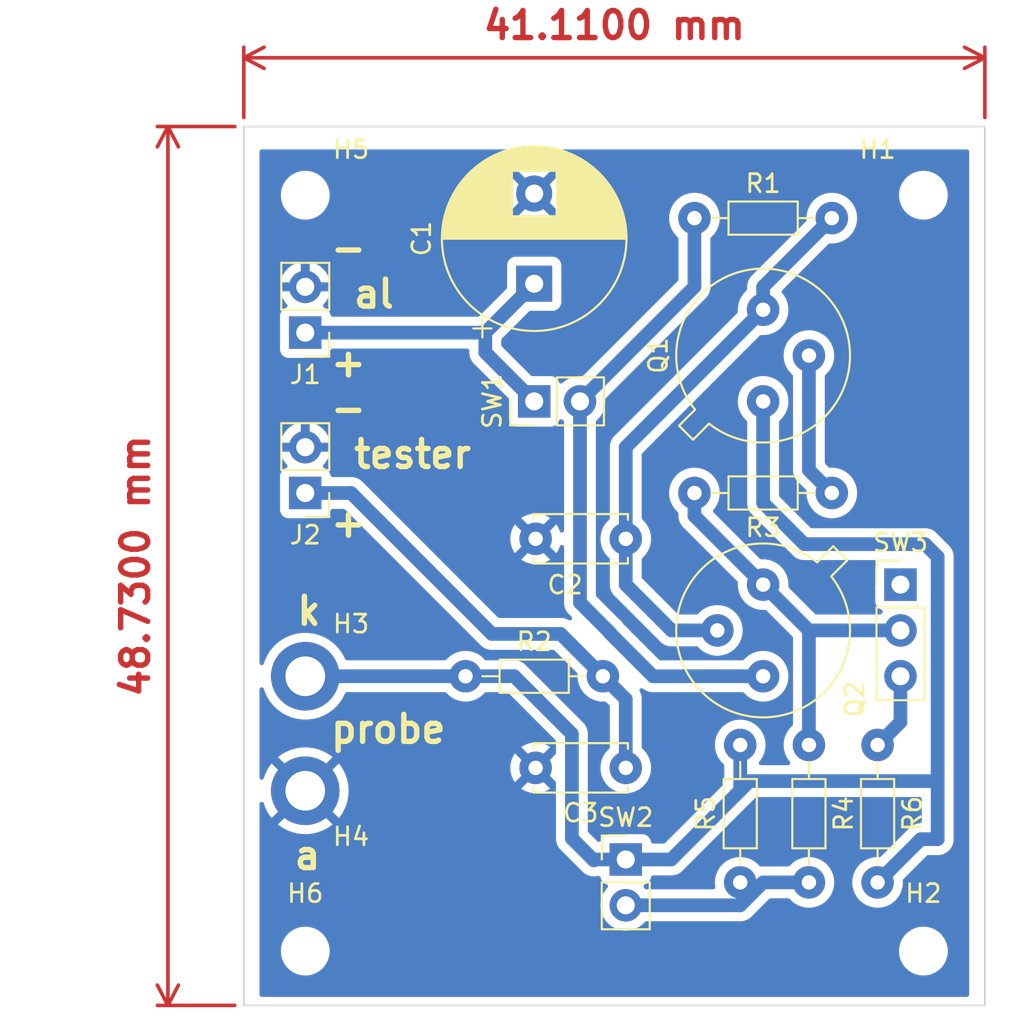
<source format=kicad_pcb>
(kicad_pcb (version 20221018) (generator pcbnew)
  (layers (0 "F.Cu" signal) (31 "B.Cu" signal) (34 "B.Paste" user) (35 "F.Paste" user) (36 "B.SilkS" user "B.Silkscreen") (37 "F.SilkS" user "F.Silkscreen") (38 "B.Mask" user) (39 "F.Mask" user) (44 "Edge.Cuts" user))
  (net 0 "")
  (net 1 "VCC")
  (net 2 "GND")
  (net 3 "Net-(Q1-C)")
  (net 4 "Net-(Q1-E)")
  (net 5 "Net-(Q1-B)")
  (net 6 "Net-(Q2-E)")
  (net 7 "Net-(Q2-C)")
  (net 8 "Net-(R4-Pad2)")
  (net 9 "Net-(SW3-C)")
  (net 11 "Net-(J2-Pin_1)")
  (footprint "Resistor_THT:R_Axial_DIN0204_L3.6mm_D1.6mm_P7.62mm_Horizontal" (layer "F.Cu") (at 158.75 97.79 -90)
    (fp_text reference "R6" (at 3.81 -1.92 90) (layer "F.SilkS"))
    (fp_text value "56")
    (fp_line (start 0.94 0) (end 1.89 0) (stroke (width 0.12)) (layer "F.SilkS"))
    (fp_line (start 1.89 -0.92) (end 1.89 0.92) (stroke (width 0.12)) (layer "F.SilkS"))
    (fp_line (start 1.89 0.92) (end 5.73 0.92) (stroke (width 0.12)) (layer "F.SilkS"))
    (fp_line (start 5.73 -0.92) (end 1.89 -0.92) (stroke (width 0.12)) (layer "F.SilkS"))
    (fp_line (start 5.73 0.92) (end 5.73 -0.92) (stroke (width 0.12)) (layer "F.SilkS"))
    (fp_line (start 6.68 0) (end 5.73 0) (stroke (width 0.12)) (layer "F.SilkS"))
    (pad "1" thru_hole circle (at 0 0 270) (size 1.8 1.8) (drill 0.8) (layers "*.Cu" "*.Mask") (net 9 "Net-(SW3-C)"))
    (pad "2" thru_hole oval (at 7.62 0 270) (size 1.8 1.8) (drill 0.8) (layers "*.Cu" "*.Mask") (net 4 "Net-(Q1-E)"))
  )
  (footprint "Connector_PinHeader_2.54mm:PinHeader_1x02_P2.54mm_Vertical" (layer "F.Cu") (at 139.7 78.74 90)
    (fp_text reference "SW1" (at 0 -2.33 90) (layer "F.SilkS"))
    (fp_text value "SW_Push")
    (fp_line (start -1.33 -1.33) (end 0 -1.33) (stroke (width 0.12)) (layer "F.SilkS"))
    (fp_line (start -1.33 0) (end -1.33 -1.33) (stroke (width 0.12)) (layer "F.SilkS"))
    (fp_line (start -1.33 1.27) (end -1.33 3.87) (stroke (width 0.12)) (layer "F.SilkS"))
    (fp_line (start -1.33 1.27) (end 1.33 1.27) (stroke (width 0.12)) (layer "F.SilkS"))
    (fp_line (start -1.33 3.87) (end 1.33 3.87) (stroke (width 0.12)) (layer "F.SilkS"))
    (fp_line (start 1.33 1.27) (end 1.33 3.87) (stroke (width 0.12)) (layer "F.SilkS"))
    (pad "1" thru_hole rect (at 0 0 90) (size 1.8 1.8) (drill 1) (layers "*.Cu" "*.Mask") (net 1 "VCC"))
    (pad "2" thru_hole oval (at 0 2.54 90) (size 1.8 1.8) (drill 1) (layers "*.Cu" "*.Mask") (net 7 "Net-(Q2-C)"))
  )
  (footprint "Package_TO_SOT_THT:TO-39-3" (layer "F.Cu") (at 152.4 78.74 90)
    (fp_text reference "Q1" (at 2.54 -5.82 90) (layer "F.SilkS"))
    (fp_text value "2N2219")
    (fp_line (start -2.125856 -3.888039) (end -1.234902 -2.997084) (stroke (width 0.12)) (layer "F.SilkS"))
    (fp_line (start -1.348039 -4.665856) (end -2.125856 -3.888039) (stroke (width 0.12)) (layer "F.SilkS"))
    (fp_line (start -0.457084 -3.774902) (end -1.348039 -4.665856) (stroke (width 0.12)) (layer "F.SilkS"))
    (fp_arc (start -0.457084 -3.774902) (mid 5.948125 3.408384) (end -1.234674 -2.997371) (stroke (width 0.12)) (layer "F.SilkS"))
    (pad "1" thru_hole oval (at 0 0 90) (size 1.8 1.8) (drill 0.8) (layers "*.Cu" "*.Mask") (net 4 "Net-(Q1-E)"))
    (pad "2" thru_hole oval (at 2.54 2.54 90) (size 1.8 1.8) (drill 0.8) (layers "*.Cu" "*.Mask") (net 5 "Net-(Q1-B)"))
    (pad "3" thru_hole oval (at 5.08 0 90) (size 1.8 1.8) (drill 0.8) (layers "*.Cu" "*.Mask") (net 3 "Net-(Q1-C)"))
  )
  (footprint "Connector_PinHeader_2.54mm:PinHeader_1x02_P2.54mm_Vertical" (layer "F.Cu") (at 127 74.93 180)
    (fp_text reference "J1" (at 0 -2.33) (layer "F.SilkS"))
    (fp_text value "alim")
    (fp_line (start -1.33 -1.33) (end 0 -1.33) (stroke (width 0.12)) (layer "F.SilkS"))
    (fp_line (start -1.33 0) (end -1.33 -1.33) (stroke (width 0.12)) (layer "F.SilkS"))
    (fp_line (start -1.33 1.27) (end -1.33 3.87) (stroke (width 0.12)) (layer "F.SilkS"))
    (fp_line (start -1.33 1.27) (end 1.33 1.27) (stroke (width 0.12)) (layer "F.SilkS"))
    (fp_line (start -1.33 3.87) (end 1.33 3.87) (stroke (width 0.12)) (layer "F.SilkS"))
    (fp_line (start 1.33 1.27) (end 1.33 3.87) (stroke (width 0.12)) (layer "F.SilkS"))
    (pad "1" thru_hole rect (at 0 0 180) (size 1.8 1.8) (drill 1) (layers "*.Cu" "*.Mask") (net 1 "VCC"))
    (pad "2" thru_hole oval (at 0 2.54 180) (size 1.8 1.8) (drill 1) (layers "*.Cu" "*.Mask") (net 2 "GND"))
  )
  (footprint "Resistor_THT:R_Axial_DIN0204_L3.6mm_D1.6mm_P7.62mm_Horizontal" (layer "F.Cu") (at 148.59 68.58)
    (fp_text reference "R1" (at 3.81 -1.92) (layer "F.SilkS"))
    (fp_text value "10k")
    (fp_line (start 0.94 0) (end 1.89 0) (stroke (width 0.12)) (layer "F.SilkS"))
    (fp_line (start 1.89 -0.92) (end 1.89 0.92) (stroke (width 0.12)) (layer "F.SilkS"))
    (fp_line (start 1.89 0.92) (end 5.73 0.92) (stroke (width 0.12)) (layer "F.SilkS"))
    (fp_line (start 5.73 -0.92) (end 1.89 -0.92) (stroke (width 0.12)) (layer "F.SilkS"))
    (fp_line (start 5.73 0.92) (end 5.73 -0.92) (stroke (width 0.12)) (layer "F.SilkS"))
    (fp_line (start 6.68 0) (end 5.73 0) (stroke (width 0.12)) (layer "F.SilkS"))
    (pad "1" thru_hole circle (at 0 0) (size 1.8 1.8) (drill 0.8) (layers "*.Cu" "*.Mask") (net 7 "Net-(Q2-C)"))
    (pad "2" thru_hole oval (at 7.62 0) (size 1.8 1.8) (drill 0.8) (layers "*.Cu" "*.Mask") (net 3 "Net-(Q1-C)"))
  )
  (footprint "MountingHole:MountingHole_2.2mm_M2_DIN965_Pad" (layer "F.Cu") (at 127 100.33)
    (fp_text reference "H4" (at 2.54 2.54) (layer "F.SilkS"))
    (fp_text value "probe A")
    (pad "1" thru_hole circle (at 0 0) (size 3.8 3.8) (drill 2.2) (layers "*.Cu" "*.Mask") (net 2 "GND"))
  )
  (footprint "MountingHole:MountingHole_2.2mm_M2" (layer "F.Cu") (at 127 67.31)
    (fp_text reference "H5" (at 2.54 -2.54) (layer "F.SilkS"))
    (fp_text value "MountingHole")
    (pad "" np_thru_hole circle (at 0 0) (size 2.2 2.2) (drill 2.2) (layers "*.Cu" "*.Mask"))
  )
  (footprint "Capacitor_THT:CP_Radial_D10.0mm_P5.00mm" (layer "F.Cu") (at 139.7 72.217677 90)
    (fp_text reference "C1" (at 2.5 -6.25 90) (layer "F.SilkS"))
    (fp_text value "470u 63V")
    (fp_line (start -2.979646 -2.875) (end -1.979646 -2.875) (stroke (width 0.12)) (layer "F.SilkS"))
    (fp_line (start -2.479646 -3.375) (end -2.479646 -2.375) (stroke (width 0.12)) (layer "F.SilkS"))
    (fp_line (start 2.5 -5.08) (end 2.5 5.08) (stroke (width 0.12)) (layer "F.SilkS"))
    (fp_line (start 2.54 -5.08) (end 2.54 5.08) (stroke (width 0.12)) (layer "F.SilkS"))
    (fp_line (start 2.58 -5.08) (end 2.58 5.08) (stroke (width 0.12)) (layer "F.SilkS"))
    (fp_line (start 2.62 -5.079) (end 2.62 5.079) (stroke (width 0.12)) (layer "F.SilkS"))
    (fp_line (start 2.66 -5.078) (end 2.66 5.078) (stroke (width 0.12)) (layer "F.SilkS"))
    (fp_line (start 2.7 -5.077) (end 2.7 5.077) (stroke (width 0.12)) (layer "F.SilkS"))
    (fp_line (start 2.74 -5.075) (end 2.74 5.075) (stroke (width 0.12)) (layer "F.SilkS"))
    (fp_line (start 2.78 -5.073) (end 2.78 5.073) (stroke (width 0.12)) (layer "F.SilkS"))
    (fp_line (start 2.82 -5.07) (end 2.82 5.07) (stroke (width 0.12)) (layer "F.SilkS"))
    (fp_line (start 2.86 -5.068) (end 2.86 5.068) (stroke (width 0.12)) (layer "F.SilkS"))
    (fp_line (start 2.9 -5.065) (end 2.9 5.065) (stroke (width 0.12)) (layer "F.SilkS"))
    (fp_line (start 2.94 -5.062) (end 2.94 5.062) (stroke (width 0.12)) (layer "F.SilkS"))
    (fp_line (start 2.98 -5.058) (end 2.98 5.058) (stroke (width 0.12)) (layer "F.SilkS"))
    (fp_line (start 3.02 -5.054) (end 3.02 5.054) (stroke (width 0.12)) (layer "F.SilkS"))
    (fp_line (start 3.06 -5.05) (end 3.06 5.05) (stroke (width 0.12)) (layer "F.SilkS"))
    (fp_line (start 3.1 -5.045) (end 3.1 5.045) (stroke (width 0.12)) (layer "F.SilkS"))
    (fp_line (start 3.14 -5.04) (end 3.14 5.04) (stroke (width 0.12)) (layer "F.SilkS"))
    (fp_line (start 3.18 -5.035) (end 3.18 5.035) (stroke (width 0.12)) (layer "F.SilkS"))
    (fp_line (start 3.221 -5.03) (end 3.221 5.03) (stroke (width 0.12)) (layer "F.SilkS"))
    (fp_line (start 3.261 -5.024) (end 3.261 5.024) (stroke (width 0.12)) (layer "F.SilkS"))
    (fp_line (start 3.301 -5.018) (end 3.301 5.018) (stroke (width 0.12)) (layer "F.SilkS"))
    (fp_line (start 3.341 -5.011) (end 3.341 5.011) (stroke (width 0.12)) (layer "F.SilkS"))
    (fp_line (start 3.381 -5.004) (end 3.381 5.004) (stroke (width 0.12)) (layer "F.SilkS"))
    (fp_line (start 3.421 -4.997) (end 3.421 4.997) (stroke (width 0.12)) (layer "F.SilkS"))
    (fp_line (start 3.461 -4.99) (end 3.461 4.99) (stroke (width 0.12)) (layer "F.SilkS"))
    (fp_line (start 3.501 -4.982) (end 3.501 4.982) (stroke (width 0.12)) (layer "F.SilkS"))
    (fp_line (start 3.541 -4.974) (end 3.541 4.974) (stroke (width 0.12)) (layer "F.SilkS"))
    (fp_line (start 3.581 -4.965) (end 3.581 4.965) (stroke (width 0.12)) (layer "F.SilkS"))
    (fp_line (start 3.621 -4.956) (end 3.621 4.956) (stroke (width 0.12)) (layer "F.SilkS"))
    (fp_line (start 3.661 -4.947) (end 3.661 4.947) (stroke (width 0.12)) (layer "F.SilkS"))
    (fp_line (start 3.701 -4.938) (end 3.701 4.938) (stroke (width 0.12)) (layer "F.SilkS"))
    (fp_line (start 3.741 -4.928) (end 3.741 4.928) (stroke (width 0.12)) (layer "F.SilkS"))
    (fp_line (start 3.781 -4.918) (end 3.781 -1.241) (stroke (width 0.12)) (layer "F.SilkS"))
    (fp_line (start 3.781 1.241) (end 3.781 4.918) (stroke (width 0.12)) (layer "F.SilkS"))
    (fp_line (start 3.821 -4.907) (end 3.821 -1.241) (stroke (width 0.12)) (layer "F.SilkS"))
    (fp_line (start 3.821 1.241) (end 3.821 4.907) (stroke (width 0.12)) (layer "F.SilkS"))
    (fp_line (start 3.861 -4.897) (end 3.861 -1.241) (stroke (width 0.12)) (layer "F.SilkS"))
    (fp_line (start 3.861 1.241) (end 3.861 4.897) (stroke (width 0.12)) (layer "F.SilkS"))
    (fp_line (start 3.901 -4.885) (end 3.901 -1.241) (stroke (width 0.12)) (layer "F.SilkS"))
    (fp_line (start 3.901 1.241) (end 3.901 4.885) (stroke (width 0.12)) (layer "F.SilkS"))
    (fp_line (start 3.941 -4.874) (end 3.941 -1.241) (stroke (width 0.12)) (layer "F.SilkS"))
    (fp_line (start 3.941 1.241) (end 3.941 4.874) (stroke (width 0.12)) (layer "F.SilkS"))
    (fp_line (start 3.981 -4.862) (end 3.981 -1.241) (stroke (width 0.12)) (layer "F.SilkS"))
    (fp_line (start 3.981 1.241) (end 3.981 4.862) (stroke (width 0.12)) (layer "F.SilkS"))
    (fp_line (start 4.021 -4.85) (end 4.021 -1.241) (stroke (width 0.12)) (layer "F.SilkS"))
    (fp_line (start 4.021 1.241) (end 4.021 4.85) (stroke (width 0.12)) (layer "F.SilkS"))
    (fp_line (start 4.061 -4.837) (end 4.061 -1.241) (stroke (width 0.12)) (layer "F.SilkS"))
    (fp_line (start 4.061 1.241) (end 4.061 4.837) (stroke (width 0.12)) (layer "F.SilkS"))
    (fp_line (start 4.101 -4.824) (end 4.101 -1.241) (stroke (width 0.12)) (layer "F.SilkS"))
    (fp_line (start 4.101 1.241) (end 4.101 4.824) (stroke (width 0.12)) (layer "F.SilkS"))
    (fp_line (start 4.141 -4.811) (end 4.141 -1.241) (stroke (width 0.12)) (layer "F.SilkS"))
    (fp_line (start 4.141 1.241) (end 4.141 4.811) (stroke (width 0.12)) (layer "F.SilkS"))
    (fp_line (start 4.181 -4.797) (end 4.181 -1.241) (stroke (width 0.12)) (layer "F.SilkS"))
    (fp_line (start 4.181 1.241) (end 4.181 4.797) (stroke (width 0.12)) (layer "F.SilkS"))
    (fp_line (start 4.221 -4.783) (end 4.221 -1.241) (stroke (width 0.12)) (layer "F.SilkS"))
    (fp_line (start 4.221 1.241) (end 4.221 4.783) (stroke (width 0.12)) (layer "F.SilkS"))
    (fp_line (start 4.261 -4.768) (end 4.261 -1.241) (stroke (width 0.12)) (layer "F.SilkS"))
    (fp_line (start 4.261 1.241) (end 4.261 4.768) (stroke (width 0.12)) (layer "F.SilkS"))
    (fp_line (start 4.301 -4.754) (end 4.301 -1.241) (stroke (width 0.12)) (layer "F.SilkS"))
    (fp_line (start 4.301 1.241) (end 4.301 4.754) (stroke (width 0.12)) (layer "F.SilkS"))
    (fp_line (start 4.341 -4.738) (end 4.341 -1.241) (stroke (width 0.12)) (layer "F.SilkS"))
    (fp_line (start 4.341 1.241) (end 4.341 4.738) (stroke (width 0.12)) (layer "F.SilkS"))
    (fp_line (start 4.381 -4.723) (end 4.381 -1.241) (stroke (width 0.12)) (layer "F.SilkS"))
    (fp_line (start 4.381 1.241) (end 4.381 4.723) (stroke (width 0.12)) (layer "F.SilkS"))
    (fp_line (start 4.421 -4.707) (end 4.421 -1.241) (stroke (width 0.12)) (layer "F.SilkS"))
    (fp_line (start 4.421 1.241) (end 4.421 4.707) (stroke (width 0.12)) (layer "F.SilkS"))
    (fp_line (start 4.461 -4.69) (end 4.461 -1.241) (stroke (width 0.12)) (layer "F.SilkS"))
    (fp_line (start 4.461 1.241) (end 4.461 4.69) (stroke (width 0.12)) (layer "F.SilkS"))
    (fp_line (start 4.501 -4.674) (end 4.501 -1.241) (stroke (width 0.12)) (layer "F.SilkS"))
    (fp_line (start 4.501 1.241) (end 4.501 4.674) (stroke (width 0.12)) (layer "F.SilkS"))
    (fp_line (start 4.541 -4.657) (end 4.541 -1.241) (stroke (width 0.12)) (layer "F.SilkS"))
    (fp_line (start 4.541 1.241) (end 4.541 4.657) (stroke (width 0.12)) (layer "F.SilkS"))
    (fp_line (start 4.581 -4.639) (end 4.581 -1.241) (stroke (width 0.12)) (layer "F.SilkS"))
    (fp_line (start 4.581 1.241) (end 4.581 4.639) (stroke (width 0.12)) (layer "F.SilkS"))
    (fp_line (start 4.621 -4.621) (end 4.621 -1.241) (stroke (width 0.12)) (layer "F.SilkS"))
    (fp_line (start 4.621 1.241) (end 4.621 4.621) (stroke (width 0.12)) (layer "F.SilkS"))
    (fp_line (start 4.661 -4.603) (end 4.661 -1.241) (stroke (width 0.12)) (layer "F.SilkS"))
    (fp_line (start 4.661 1.241) (end 4.661 4.603) (stroke (width 0.12)) (layer "F.SilkS"))
    (fp_line (start 4.701 -4.584) (end 4.701 -1.241) (stroke (width 0.12)) (layer "F.SilkS"))
    (fp_line (start 4.701 1.241) (end 4.701 4.584) (stroke (width 0.12)) (layer "F.SilkS"))
    (fp_line (start 4.741 -4.564) (end 4.741 -1.241) (stroke (width 0.12)) (layer "F.SilkS"))
    (fp_line (start 4.741 1.241) (end 4.741 4.564) (stroke (width 0.12)) (layer "F.SilkS"))
    (fp_line (start 4.781 -4.545) (end 4.781 -1.241) (stroke (width 0.12)) (layer "F.SilkS"))
    (fp_line (start 4.781 1.241) (end 4.781 4.545) (stroke (width 0.12)) (layer "F.SilkS"))
    (fp_line (start 4.821 -4.525) (end 4.821 -1.241) (stroke (width 0.12)) (layer "F.SilkS"))
    (fp_line (start 4.821 1.241) (end 4.821 4.525) (stroke (width 0.12)) (layer "F.SilkS"))
    (fp_line (start 4.861 -4.504) (end 4.861 -1.241) (stroke (width 0.12)) (layer "F.SilkS"))
    (fp_line (start 4.861 1.241) (end 4.861 4.504) (stroke (width 0.12)) (layer "F.SilkS"))
    (fp_line (start 4.901 -4.483) (end 4.901 -1.241) (stroke (width 0.12)) (layer "F.SilkS"))
    (fp_line (start 4.901 1.241) (end 4.901 4.483) (stroke (width 0.12)) (layer "F.SilkS"))
    (fp_line (start 4.941 -4.462) (end 4.941 -1.241) (stroke (width 0.12)) (layer "F.SilkS"))
    (fp_line (start 4.941 1.241) (end 4.941 4.462) (stroke (width 0.12)) (layer "F.SilkS"))
    (fp_line (start 4.981 -4.44) (end 4.981 -1.241) (stroke (width 0.12)) (layer "F.SilkS"))
    (fp_line (start 4.981 1.241) (end 4.981 4.44) (stroke (width 0.12)) (layer "F.SilkS"))
    (fp_line (start 5.021 -4.417) (end 5.021 -1.241) (stroke (width 0.12)) (layer "F.SilkS"))
    (fp_line (start 5.021 1.241) (end 5.021 4.417) (stroke (width 0.12)) (layer "F.SilkS"))
    (fp_line (start 5.061 -4.395) (end 5.061 -1.241) (stroke (width 0.12)) (layer "F.SilkS"))
    (fp_line (start 5.061 1.241) (end 5.061 4.395) (stroke (width 0.12)) (layer "F.SilkS"))
    (fp_line (start 5.101 -4.371) (end 5.101 -1.241) (stroke (width 0.12)) (layer "F.SilkS"))
    (fp_line (start 5.101 1.241) (end 5.101 4.371) (stroke (width 0.12)) (layer "F.SilkS"))
    (fp_line (start 5.141 -4.347) (end 5.141 -1.241) (stroke (width 0.12)) (layer "F.SilkS"))
    (fp_line (start 5.141 1.241) (end 5.141 4.347) (stroke (width 0.12)) (layer "F.SilkS"))
    (fp_line (start 5.181 -4.323) (end 5.181 -1.241) (stroke (width 0.12)) (layer "F.SilkS"))
    (fp_line (start 5.181 1.241) (end 5.181 4.323) (stroke (width 0.12)) (layer "F.SilkS"))
    (fp_line (start 5.221 -4.298) (end 5.221 -1.241) (stroke (width 0.12)) (layer "F.SilkS"))
    (fp_line (start 5.221 1.241) (end 5.221 4.298) (stroke (width 0.12)) (layer "F.SilkS"))
    (fp_line (start 5.261 -4.273) (end 5.261 -1.241) (stroke (width 0.12)) (layer "F.SilkS"))
    (fp_line (start 5.261 1.241) (end 5.261 4.273) (stroke (width 0.12)) (layer "F.SilkS"))
    (fp_line (start 5.301 -4.247) (end 5.301 -1.241) (stroke (width 0.12)) (layer "F.SilkS"))
    (fp_line (start 5.301 1.241) (end 5.301 4.247) (stroke (width 0.12)) (layer "F.SilkS"))
    (fp_line (start 5.341 -4.221) (end 5.341 -1.241) (stroke (width 0.12)) (layer "F.SilkS"))
    (fp_line (start 5.341 1.241) (end 5.341 4.221) (stroke (width 0.12)) (layer "F.SilkS"))
    (fp_line (start 5.381 -4.194) (end 5.381 -1.241) (stroke (width 0.12)) (layer "F.SilkS"))
    (fp_line (start 5.381 1.241) (end 5.381 4.194) (stroke (width 0.12)) (layer "F.SilkS"))
    (fp_line (start 5.421 -4.166) (end 5.421 -1.241) (stroke (width 0.12)) (layer "F.SilkS"))
    (fp_line (start 5.421 1.241) (end 5.421 4.166) (stroke (width 0.12)) (layer "F.SilkS"))
    (fp_line (start 5.461 -4.138) (end 5.461 -1.241) (stroke (width 0.12)) (layer "F.SilkS"))
    (fp_line (start 5.461 1.241) (end 5.461 4.138) (stroke (width 0.12)) (layer "F.SilkS"))
    (fp_line (start 5.501 -4.11) (end 5.501 -1.241) (stroke (width 0.12)) (layer "F.SilkS"))
    (fp_line (start 5.501 1.241) (end 5.501 4.11) (stroke (width 0.12)) (layer "F.SilkS"))
    (fp_line (start 5.541 -4.08) (end 5.541 -1.241) (stroke (width 0.12)) (layer "F.SilkS"))
    (fp_line (start 5.541 1.241) (end 5.541 4.08) (stroke (width 0.12)) (layer "F.SilkS"))
    (fp_line (start 5.581 -4.05) (end 5.581 -1.241) (stroke (width 0.12)) (layer "F.SilkS"))
    (fp_line (start 5.581 1.241) (end 5.581 4.05) (stroke (width 0.12)) (layer "F.SilkS"))
    (fp_line (start 5.621 -4.02) (end 5.621 -1.241) (stroke (width 0.12)) (layer "F.SilkS"))
    (fp_line (start 5.621 1.241) (end 5.621 4.02) (stroke (width 0.12)) (layer "F.SilkS"))
    (fp_line (start 5.661 -3.989) (end 5.661 -1.241) (stroke (width 0.12)) (layer "F.SilkS"))
    (fp_line (start 5.661 1.241) (end 5.661 3.989) (stroke (width 0.12)) (layer "F.SilkS"))
    (fp_line (start 5.701 -3.957) (end 5.701 -1.241) (stroke (width 0.12)) (layer "F.SilkS"))
    (fp_line (start 5.701 1.241) (end 5.701 3.957) (stroke (width 0.12)) (layer "F.SilkS"))
    (fp_line (start 5.741 -3.925) (end 5.741 -1.241) (stroke (width 0.12)) (layer "F.SilkS"))
    (fp_line (start 5.741 1.241) (end 5.741 3.925) (stroke (width 0.12)) (layer "F.SilkS"))
    (fp_line (start 5.781 -3.892) (end 5.781 -1.241) (stroke (width 0.12)) (layer "F.SilkS"))
    (fp_line (start 5.781 1.241) (end 5.781 3.892) (stroke (width 0.12)) (layer "F.SilkS"))
    (fp_line (start 5.821 -3.858) (end 5.821 -1.241) (stroke (width 0.12)) (layer "F.SilkS"))
    (fp_line (start 5.821 1.241) (end 5.821 3.858) (stroke (width 0.12)) (layer "F.SilkS"))
    (fp_line (start 5.861 -3.824) (end 5.861 -1.241) (stroke (width 0.12)) (layer "F.SilkS"))
    (fp_line (start 5.861 1.241) (end 5.861 3.824) (stroke (width 0.12)) (layer "F.SilkS"))
    (fp_line (start 5.901 -3.789) (end 5.901 -1.241) (stroke (width 0.12)) (layer "F.SilkS"))
    (fp_line (start 5.901 1.241) (end 5.901 3.789) (stroke (width 0.12)) (layer "F.SilkS"))
    (fp_line (start 5.941 -3.753) (end 5.941 -1.241) (stroke (width 0.12)) (layer "F.SilkS"))
    (fp_line (start 5.941 1.241) (end 5.941 3.753) (stroke (width 0.12)) (layer "F.SilkS"))
    (fp_line (start 5.981 -3.716) (end 5.981 -1.241) (stroke (width 0.12)) (layer "F.SilkS"))
    (fp_line (start 5.981 1.241) (end 5.981 3.716) (stroke (width 0.12)) (layer "F.SilkS"))
    (fp_line (start 6.021 -3.679) (end 6.021 -1.241) (stroke (width 0.12)) (layer "F.SilkS"))
    (fp_line (start 6.021 1.241) (end 6.021 3.679) (stroke (width 0.12)) (layer "F.SilkS"))
    (fp_line (start 6.061 -3.64) (end 6.061 -1.241) (stroke (width 0.12)) (layer "F.SilkS"))
    (fp_line (start 6.061 1.241) (end 6.061 3.64) (stroke (width 0.12)) (layer "F.SilkS"))
    (fp_line (start 6.101 -3.601) (end 6.101 -1.241) (stroke (width 0.12)) (layer "F.SilkS"))
    (fp_line (start 6.101 1.241) (end 6.101 3.601) (stroke (width 0.12)) (layer "F.SilkS"))
    (fp_line (start 6.141 -3.561) (end 6.141 -1.241) (stroke (width 0.12)) (layer "F.SilkS"))
    (fp_line (start 6.141 1.241) (end 6.141 3.561) (stroke (width 0.12)) (layer "F.SilkS"))
    (fp_line (start 6.181 -3.52) (end 6.181 -1.241) (stroke (width 0.12)) (layer "F.SilkS"))
    (fp_line (start 6.181 1.241) (end 6.181 3.52) (stroke (width 0.12)) (layer "F.SilkS"))
    (fp_line (start 6.221 -3.478) (end 6.221 -1.241) (stroke (width 0.12)) (layer "F.SilkS"))
    (fp_line (start 6.221 1.241) (end 6.221 3.478) (stroke (width 0.12)) (layer "F.SilkS"))
    (fp_line (start 6.261 -3.436) (end 6.261 3.436) (stroke (width 0.12)) (layer "F.SilkS"))
    (fp_line (start 6.301 -3.392) (end 6.301 3.392) (stroke (width 0.12)) (layer "F.SilkS"))
    (fp_line (start 6.341 -3.347) (end 6.341 3.347) (stroke (width 0.12)) (layer "F.SilkS"))
    (fp_line (start 6.381 -3.301) (end 6.381 3.301) (stroke (width 0.12)) (layer "F.SilkS"))
    (fp_line (start 6.421 -3.254) (end 6.421 3.254) (stroke (width 0.12)) (layer "F.SilkS"))
    (fp_line (start 6.461 -3.206) (end 6.461 3.206) (stroke (width 0.12)) (layer "F.SilkS"))
    (fp_line (start 6.501 -3.156) (end 6.501 3.156) (stroke (width 0.12)) (layer "F.SilkS"))
    (fp_line (start 6.541 -3.106) (end 6.541 3.106) (stroke (width 0.12)) (layer "F.SilkS"))
    (fp_line (start 6.581 -3.054) (end 6.581 3.054) (stroke (width 0.12)) (layer "F.SilkS"))
    (fp_line (start 6.621 -3) (end 6.621 3) (stroke (width 0.12)) (layer "F.SilkS"))
    (fp_line (start 6.661 -2.945) (end 6.661 2.945) (stroke (width 0.12)) (layer "F.SilkS"))
    (fp_line (start 6.701 -2.889) (end 6.701 2.889) (stroke (width 0.12)) (layer "F.SilkS"))
    (fp_line (start 6.741 -2.83) (end 6.741 2.83) (stroke (width 0.12)) (layer "F.SilkS"))
    (fp_line (start 6.781 -2.77) (end 6.781 2.77) (stroke (width 0.12)) (layer "F.SilkS"))
    (fp_line (start 6.821 -2.709) (end 6.821 2.709) (stroke (width 0.12)) (layer "F.SilkS"))
    (fp_line (start 6.861 -2.645) (end 6.861 2.645) (stroke (width 0.12)) (layer "F.SilkS"))
    (fp_line (start 6.901 -2.579) (end 6.901 2.579) (stroke (width 0.12)) (layer "F.SilkS"))
    (fp_line (start 6.941 -2.51) (end 6.941 2.51) (stroke (width 0.12)) (layer "F.SilkS"))
    (fp_line (start 6.981 -2.439) (end 6.981 2.439) (stroke (width 0.12)) (layer "F.SilkS"))
    (fp_line (start 7.021 -2.365) (end 7.021 2.365) (stroke (width 0.12)) (layer "F.SilkS"))
    (fp_line (start 7.061 -2.289) (end 7.061 2.289) (stroke (width 0.12)) (layer "F.SilkS"))
    (fp_line (start 7.101 -2.209) (end 7.101 2.209) (stroke (width 0.12)) (layer "F.SilkS"))
    (fp_line (start 7.141 -2.125) (end 7.141 2.125) (stroke (width 0.12)) (layer "F.SilkS"))
    (fp_line (start 7.181 -2.037) (end 7.181 2.037) (stroke (width 0.12)) (layer "F.SilkS"))
    (fp_line (start 7.221 -1.944) (end 7.221 1.944) (stroke (width 0.12)) (layer "F.SilkS"))
    (fp_line (start 7.261 -1.846) (end 7.261 1.846) (stroke (width 0.12)) (layer "F.SilkS"))
    (fp_line (start 7.301 -1.742) (end 7.301 1.742) (stroke (width 0.12)) (layer "F.SilkS"))
    (fp_line (start 7.341 -1.63) (end 7.341 1.63) (stroke (width 0.12)) (layer "F.SilkS"))
    (fp_line (start 7.381 -1.51) (end 7.381 1.51) (stroke (width 0.12)) (layer "F.SilkS"))
    (fp_line (start 7.421 -1.378) (end 7.421 1.378) (stroke (width 0.12)) (layer "F.SilkS"))
    (fp_line (start 7.461 -1.23) (end 7.461 1.23) (stroke (width 0.12)) (layer "F.SilkS"))
    (fp_line (start 7.501 -1.062) (end 7.501 1.062) (stroke (width 0.12)) (layer "F.SilkS"))
    (fp_line (start 7.541 -0.862) (end 7.541 0.862) (stroke (width 0.12)) (layer "F.SilkS"))
    (fp_line (start 7.581 -0.599) (end 7.581 0.599) (stroke (width 0.12)) (layer "F.SilkS"))
    (fp_circle (center 2.5 0) (end 7.62 0) (stroke (width 0.12)) (fill none) (layer "F.SilkS"))
    (pad "1" thru_hole rect (at 0 0 90) (size 2 2) (drill 1) (layers "*.Cu" "*.Mask") (net 1 "VCC"))
    (pad "2" thru_hole circle (at 5 0 90) (size 2 2) (drill 1) (layers "*.Cu" "*.Mask") (net 2 "GND"))
  )
  (footprint "Capacitor_THT:C_Disc_D5.0mm_W2.5mm_P5.00mm" (layer "F.Cu") (at 144.78 86.36 180)
    (fp_text reference "C2" (at 3.3716 -2.556393 180) (layer "F.SilkS"))
    (fp_text value "100n")
    (fp_line (start -0.12 -1.37) (end -0.12 -1.055) (stroke (width 0.12)) (layer "F.SilkS"))
    (fp_line (start -0.12 -1.37) (end 5.12 -1.37) (stroke (width 0.12)) (layer "F.SilkS"))
    (fp_line (start -0.12 1.055) (end -0.12 1.37) (stroke (width 0.12)) (layer "F.SilkS"))
    (fp_line (start -0.12 1.37) (end 5.12 1.37) (stroke (width 0.12)) (layer "F.SilkS"))
    (fp_line (start 5.12 -1.37) (end 5.12 -1.055) (stroke (width 0.12)) (layer "F.SilkS"))
    (fp_line (start 5.12 1.055) (end 5.12 1.37) (stroke (width 0.12)) (layer "F.SilkS"))
    (pad "1" thru_hole circle (at 0 0 180) (size 1.8 1.8) (drill 0.8) (layers "*.Cu" "*.Mask") (net 3 "Net-(Q1-C)"))
    (pad "2" thru_hole circle (at 5 0 180) (size 1.8 1.8) (drill 0.8) (layers "*.Cu" "*.Mask") (net 2 "GND"))
  )
  (footprint "Connector_PinHeader_2.54mm:PinHeader_1x03_P2.54mm_Vertical" (layer "F.Cu") (at 160.02 88.9)
    (fp_text reference "SW3" (at 0 -2.33) (layer "F.SilkS"))
    (fp_text value "SW_SPDT")
    (fp_line (start -1.33 -1.33) (end 0 -1.33) (stroke (width 0.12)) (layer "F.SilkS"))
    (fp_line (start -1.33 0) (end -1.33 -1.33) (stroke (width 0.12)) (layer "F.SilkS"))
    (fp_line (start -1.33 1.27) (end -1.33 6.41) (stroke (width 0.12)) (layer "F.SilkS"))
    (fp_line (start -1.33 1.27) (end 1.33 1.27) (stroke (width 0.12)) (layer "F.SilkS"))
    (fp_line (start -1.33 6.41) (end 1.33 6.41) (stroke (width 0.12)) (layer "F.SilkS"))
    (fp_line (start 1.33 1.27) (end 1.33 6.41) (stroke (width 0.12)) (layer "F.SilkS"))
    (pad "1" thru_hole rect (at 0 0) (size 1.8 1.8) (drill 1) (layers "*.Cu" "*.Mask"))
    (pad "2" thru_hole oval (at 0 2.54) (size 1.8 1.8) (drill 1) (layers "*.Cu" "*.Mask") (net 6 "Net-(Q2-E)"))
    (pad "3" thru_hole oval (at 0 5.08) (size 1.8 1.8) (drill 1) (layers "*.Cu" "*.Mask") (net 9 "Net-(SW3-C)"))
  )
  (footprint "MountingHole:MountingHole_2.2mm_M2" (layer "F.Cu") (at 161.29 67.31)
    (fp_text reference "H1" (at -2.54 -2.54) (layer "F.SilkS"))
    (fp_text value "MountingHole")
    (pad "" np_thru_hole circle (at 0 0) (size 2.2 2.2) (drill 2.2) (layers "*.Cu" "*.Mask"))
  )
  (footprint "MountingHole:MountingHole_2.2mm_M2" (layer "F.Cu") (at 127 109.22)
    (fp_text reference "H6" (at 0 -3.2) (layer "F.SilkS"))
    (fp_text value "MountingHole")
    (pad "" np_thru_hole circle (at 0 0) (size 2.2 2.2) (drill 2.2) (layers "*.Cu" "*.Mask"))
  )
  (footprint "Resistor_THT:R_Axial_DIN0204_L3.6mm_D1.6mm_P7.62mm_Horizontal" (layer "F.Cu") (at 154.94 97.79 -90)
    (fp_text reference "R4" (at 3.81 -1.92 90) (layer "F.SilkS"))
    (fp_text value "56")
    (fp_line (start 0.94 0) (end 1.89 0) (stroke (width 0.12)) (layer "F.SilkS"))
    (fp_line (start 1.89 -0.92) (end 1.89 0.92) (stroke (width 0.12)) (layer "F.SilkS"))
    (fp_line (start 1.89 0.92) (end 5.73 0.92) (stroke (width 0.12)) (layer "F.SilkS"))
    (fp_line (start 5.73 -0.92) (end 1.89 -0.92) (stroke (width 0.12)) (layer "F.SilkS"))
    (fp_line (start 5.73 0.92) (end 5.73 -0.92) (stroke (width 0.12)) (layer "F.SilkS"))
    (fp_line (start 6.68 0) (end 5.73 0) (stroke (width 0.12)) (layer "F.SilkS"))
    (pad "1" thru_hole circle (at 0 0 270) (size 1.8 1.8) (drill 0.8) (layers "*.Cu" "*.Mask") (net 6 "Net-(Q2-E)"))
    (pad "2" thru_hole oval (at 7.62 0 270) (size 1.8 1.8) (drill 0.8) (layers "*.Cu" "*.Mask") (net 8 "Net-(R4-Pad2)"))
  )
  (footprint "Resistor_THT:R_Axial_DIN0204_L3.6mm_D1.6mm_P7.62mm_Horizontal" (layer "F.Cu") (at 156.21 83.82 180)
    (fp_text reference "R3" (at 3.81 -1.92) (layer "F.SilkS"))
    (fp_text value "220")
    (fp_line (start 0.94 0) (end 1.89 0) (stroke (width 0.12)) (layer "F.SilkS"))
    (fp_line (start 1.89 -0.92) (end 1.89 0.92) (stroke (width 0.12)) (layer "F.SilkS"))
    (fp_line (start 1.89 0.92) (end 5.73 0.92) (stroke (width 0.12)) (layer "F.SilkS"))
    (fp_line (start 5.73 -0.92) (end 1.89 -0.92) (stroke (width 0.12)) (layer "F.SilkS"))
    (fp_line (start 5.73 0.92) (end 5.73 -0.92) (stroke (width 0.12)) (layer "F.SilkS"))
    (fp_line (start 6.68 0) (end 5.73 0) (stroke (width 0.12)) (layer "F.SilkS"))
    (pad "1" thru_hole circle (at 0 0 180) (size 1.8 1.8) (drill 0.8) (layers "*.Cu" "*.Mask") (net 5 "Net-(Q1-B)"))
    (pad "2" thru_hole oval (at 7.62 0 180) (size 1.8 1.8) (drill 0.8) (layers "*.Cu" "*.Mask") (net 6 "Net-(Q2-E)"))
  )
  (footprint "Connector_PinHeader_2.54mm:PinHeader_1x02_P2.54mm_Vertical" (layer "F.Cu") (at 127 83.82 180)
    (fp_text reference "J2" (at 0 -2.33) (layer "F.SilkS"))
    (fp_text value "tester")
    (fp_line (start -1.33 -1.33) (end 0 -1.33) (stroke (width 0.12)) (layer "F.SilkS"))
    (fp_line (start -1.33 0) (end -1.33 -1.33) (stroke (width 0.12)) (layer "F.SilkS"))
    (fp_line (start -1.33 1.27) (end -1.33 3.87) (stroke (width 0.12)) (layer "F.SilkS"))
    (fp_line (start -1.33 1.27) (end 1.33 1.27) (stroke (width 0.12)) (layer "F.SilkS"))
    (fp_line (start -1.33 3.87) (end 1.33 3.87) (stroke (width 0.12)) (layer "F.SilkS"))
    (fp_line (start 1.33 1.27) (end 1.33 3.87) (stroke (width 0.12)) (layer "F.SilkS"))
    (pad "1" thru_hole rect (at 0 0 180) (size 1.8 1.8) (drill 1) (layers "*.Cu" "*.Mask") (net 11 "Net-(J2-Pin_1)"))
    (pad "2" thru_hole oval (at 0 2.54 180) (size 1.8 1.8) (drill 1) (layers "*.Cu" "*.Mask") (net 2 "GND"))
  )
  (footprint "Package_TO_SOT_THT:TO-39-3" (layer "F.Cu") (at 152.4 88.9 -90)
    (fp_text reference "Q2" (at 6.35 -5.08 90) (layer "F.SilkS"))
    (fp_text value "2N2219")
    (fp_line (start -2.125856 -3.888039) (end -1.234902 -2.997084) (stroke (width 0.12)) (layer "F.SilkS"))
    (fp_line (start -1.348039 -4.665856) (end -2.125856 -3.888039) (stroke (width 0.12)) (layer "F.SilkS"))
    (fp_line (start -0.457084 -3.774902) (end -1.348039 -4.665856) (stroke (width 0.12)) (layer "F.SilkS"))
    (fp_arc (start -0.457084 -3.774902) (mid 5.948125 3.408384) (end -1.234674 -2.997371) (stroke (width 0.12)) (layer "F.SilkS"))
    (pad "1" thru_hole oval (at 0 0 270) (size 1.8 1.8) (drill 0.8) (layers "*.Cu" "*.Mask") (net 6 "Net-(Q2-E)"))
    (pad "2" thru_hole oval (at 2.54 2.54 270) (size 1.8 1.8) (drill 0.8) (layers "*.Cu" "*.Mask") (net 3 "Net-(Q1-C)"))
    (pad "3" thru_hole oval (at 5.08 0 270) (size 1.8 1.8) (drill 0.8) (layers "*.Cu" "*.Mask") (net 7 "Net-(Q2-C)"))
  )
  (footprint "MountingHole:MountingHole_2.2mm_M2_DIN965_Pad" (layer "F.Cu") (at 127 93.98)
    (fp_text reference "H3" (at 2.54 -2.9) (layer "F.SilkS"))
    (fp_text value "probe K")
    (pad "1" thru_hole circle (at 0 0) (size 3.8 3.8) (drill 2.2) (layers "*.Cu" "*.Mask") (net 4 "Net-(Q1-E)"))
  )
  (footprint "Resistor_THT:R_Axial_DIN0204_L3.6mm_D1.6mm_P7.62mm_Horizontal" (layer "F.Cu") (at 135.89 93.98)
    (fp_text reference "R2" (at 3.81 -1.92) (layer "F.SilkS"))
    (fp_text value "220")
    (fp_line (start 0.94 0) (end 1.89 0) (stroke (width 0.12)) (layer "F.SilkS"))
    (fp_line (start 1.89 -0.92) (end 1.89 0.92) (stroke (width 0.12)) (layer "F.SilkS"))
    (fp_line (start 1.89 0.92) (end 5.73 0.92) (stroke (width 0.12)) (layer "F.SilkS"))
    (fp_line (start 5.73 -0.92) (end 1.89 -0.92) (stroke (width 0.12)) (layer "F.SilkS"))
    (fp_line (start 5.73 0.92) (end 5.73 -0.92) (stroke (width 0.12)) (layer "F.SilkS"))
    (fp_line (start 6.68 0) (end 5.73 0) (stroke (width 0.12)) (layer "F.SilkS"))
    (pad "1" thru_hole circle (at 0 0) (size 1.8 1.8) (drill 0.8) (layers "*.Cu" "*.Mask") (net 4 "Net-(Q1-E)"))
    (pad "2" thru_hole oval (at 7.62 0) (size 1.8 1.8) (drill 0.8) (layers "*.Cu" "*.Mask") (net 11 "Net-(J2-Pin_1)"))
  )
  (footprint "Connector_PinHeader_2.54mm:PinHeader_1x02_P2.54mm_Vertical" (layer "F.Cu") (at 144.78 104.14)
    (fp_text reference "SW2" (at 0 -2.33) (layer "F.SilkS"))
    (fp_text value "SW_Push")
    (fp_line (start -1.33 -1.33) (end 0 -1.33) (stroke (width 0.12)) (layer "F.SilkS"))
    (fp_line (start -1.33 0) (end -1.33 -1.33) (stroke (width 0.12)) (layer "F.SilkS"))
    (fp_line (start -1.33 1.27) (end -1.33 3.87) (stroke (width 0.12)) (layer "F.SilkS"))
    (fp_line (start -1.33 1.27) (end 1.33 1.27) (stroke (width 0.12)) (layer "F.SilkS"))
    (fp_line (start -1.33 3.87) (end 1.33 3.87) (stroke (width 0.12)) (layer "F.SilkS"))
    (fp_line (start 1.33 1.27) (end 1.33 3.87) (stroke (width 0.12)) (layer "F.SilkS"))
    (pad "1" thru_hole rect (at 0 0) (size 1.8 1.8) (drill 1) (layers "*.Cu" "*.Mask") (net 4 "Net-(Q1-E)"))
    (pad "2" thru_hole oval (at 0 2.54) (size 1.8 1.8) (drill 1) (layers "*.Cu" "*.Mask") (net 8 "Net-(R4-Pad2)"))
  )
  (footprint "MountingHole:MountingHole_2.2mm_M2" (layer "F.Cu") (at 161.29 109.22)
    (fp_text reference "H2" (at 0 -3.2) (layer "F.SilkS"))
    (fp_text value "MountingHole")
    (pad "" np_thru_hole circle (at 0 0) (size 2.2 2.2) (drill 2.2) (layers "*.Cu" "*.Mask"))
  )
  (footprint "Resistor_THT:R_Axial_DIN0204_L3.6mm_D1.6mm_P7.62mm_Horizontal" (layer "F.Cu") (at 151.13 105.41 90)
    (fp_text reference "R5" (at 3.81 -1.92 90) (layer "F.SilkS"))
    (fp_text value "82")
    (fp_line (start 0.94 0) (end 1.89 0) (stroke (width 0.12)) (layer "F.SilkS"))
    (fp_line (start 1.89 -0.92) (end 1.89 0.92) (stroke (width 0.12)) (layer "F.SilkS"))
    (fp_line (start 1.89 0.92) (end 5.73 0.92) (stroke (width 0.12)) (layer "F.SilkS"))
    (fp_line (start 5.73 -0.92) (end 1.89 -0.92) (stroke (width 0.12)) (layer "F.SilkS"))
    (fp_line (start 5.73 0.92) (end 5.73 -0.92) (stroke (width 0.12)) (layer "F.SilkS"))
    (fp_line (start 6.68 0) (end 5.73 0) (stroke (width 0.12)) (layer "F.SilkS"))
    (pad "1" thru_hole circle (at 0 0 90) (size 1.8 1.8) (drill 0.8) (layers "*.Cu" "*.Mask") (net 8 "Net-(R4-Pad2)"))
    (pad "2" thru_hole oval (at 7.62 0 90) (size 1.8 1.8) (drill 0.8) (layers "*.Cu" "*.Mask") (net 4 "Net-(Q1-E)"))
  )
  (footprint "Capacitor_THT:C_Disc_D5.0mm_W2.5mm_P5.00mm" (layer "F.Cu") (at 144.78 99.06 180)
    (fp_text reference "C3" (at 2.5 -2.5 180) (layer "F.SilkS"))
    (fp_text value "100n")
    (fp_line (start -0.12 -1.37) (end -0.12 -1.055) (stroke (width 0.12)) (layer "F.SilkS"))
    (fp_line (start -0.12 -1.37) (end 5.12 -1.37) (stroke (width 0.12)) (layer "F.SilkS"))
    (fp_line (start -0.12 1.055) (end -0.12 1.37) (stroke (width 0.12)) (layer "F.SilkS"))
    (fp_line (start -0.12 1.37) (end 5.12 1.37) (stroke (width 0.12)) (layer "F.SilkS"))
    (fp_line (start 5.12 -1.37) (end 5.12 -1.055) (stroke (width 0.12)) (layer "F.SilkS"))
    (fp_line (start 5.12 1.055) (end 5.12 1.37) (stroke (width 0.12)) (layer "F.SilkS"))
    (pad "1" thru_hole circle (at 0 0 180) (size 1.8 1.8) (drill 0.8) (layers "*.Cu" "*.Mask") (net 11 "Net-(J2-Pin_1)"))
    (pad "2" thru_hole circle (at 5 0 180) (size 1.8 1.8) (drill 0.8) (layers "*.Cu" "*.Mask") (net 2 "GND"))
  )
  (gr_rect (start 123.59 63.5) (end 164.7 112.23) (stroke (width 0.1)) (fill none) (layer "Edge.Cuts"))
  (gr_text "-" (at 128.27 80.01) (layer "F.SilkS") (effects (font (size 1.5 1.5) (thickness 0.3) bold) (justify left bottom)))
  (gr_text "tester" (at 129.54 82.55) (layer "F.SilkS") (effects (font (size 1.5 1.5) (thickness 0.3) bold) (justify left bottom)))
  (gr_text "k" (at 126.398343 91.243385) (layer "F.SilkS") (effects (font (size 1.5 1.5) (thickness 0.3) bold) (justify left bottom)))
  (gr_text "+" (at 128.27 77.47) (layer "F.SilkS") (effects (font (size 1.5 1.5) (thickness 0.3) bold) (justify left bottom)))
  (gr_text "al" (at 129.54 73.66) (layer "F.SilkS") (effects (font (size 1.5 1.5) (thickness 0.3) bold) (justify left bottom)))
  (gr_text "a" (at 126.245283 104.789149) (layer "F.SilkS") (effects (font (size 1.5 1.5) (thickness 0.3) bold) (justify left bottom)))
  (gr_text "+" (at 128.27 86.36) (layer "F.SilkS") (effects (font (size 1.5 1.5) (thickness 0.3) bold) (justify left bottom)))
  (gr_text "-" (at 128.27 71.12) (layer "F.SilkS") (effects (font (size 1.5 1.5) (thickness 0.3) bold) (justify left bottom)))
  (gr_text "probe" (at 128.27 97.79) (layer "F.SilkS") (effects (font (size 1.5 1.5) (thickness 0.3) bold) (justify left bottom)))
  (dimension (type aligned) (layer "F.Cu") (pts (xy 123.59 63.5) (xy 123.59 112.23)) (height 4.21) (gr_text "48,7300 mm" (at 117.58 87.865 90) (layer "F.Cu") (effects (font (size 1.5 1.5) (thickness 0.3)))) (format (prefix "") (suffix "") (units 3) (units_format 1) (precision 4)) (style (thickness 0.2) (arrow_length 1.27) (text_position_mode 0) (extension_height 0.58642) (extension_offset 0.5) keep_text_aligned))
  (dimension (type aligned) (layer "F.Cu") (pts (xy 123.59 63.5) (xy 164.7 63.5)) (height -3.81) (gr_text "41,1100 mm" (at 144.145 57.89) (layer "F.Cu") (effects (font (size 1.5 1.5) (thickness 0.3)))) (format (prefix "") (suffix "") (units 3) (units_format 1) (precision 4)) (style (thickness 0.2) (arrow_length 1.27) (text_position_mode 0) (extension_height 0.58642) (extension_offset 0.5) keep_text_aligned))
  (segment (start 136.987677 74.93) (end 139.7 72.217677) (width 0.762) (layer "B.Cu") (net 1))
  (segment (start 139.7 78.74) (end 136.987677 76.027677) (width 0.762) (layer "B.Cu") (net 1))
  (segment (start 136.987677 76.027677) (end 136.987677 74.93) (width 0.762) (layer "B.Cu") (net 1))
  (segment (start 127 74.93) (end 136.987677 74.93) (width 0.762) (layer "B.Cu") (net 1))
  (segment (start 144.78 81.28) (end 152.4 73.66) (width 0.762) (layer "B.Cu") (net 3))
  (segment (start 152.4 73.66) (end 152.4 72.39) (width 0.762) (layer "B.Cu") (net 3))
  (segment (start 144.78 88.9) (end 144.78 81.28) (width 0.762) (layer "B.Cu") (net 3))
  (segment (start 152.4 72.39) (end 156.21 68.58) (width 0.762) (layer "B.Cu") (net 3))
  (segment (start 149.86 91.44) (end 147.32 91.44) (width 0.762) (layer "B.Cu") (net 3))
  (segment (start 147.32 91.44) (end 144.78 88.9) (width 0.762) (layer "B.Cu") (net 3))
  (segment (start 135.89 93.98) (end 138.592799 93.98) (width 0.762) (layer "B.Cu") (net 4))
  (segment (start 141.790556 102.972109) (end 143.008478 104.190031) (width 0.762) (layer "B.Cu") (net 4))
  (segment (start 138.592799 93.98) (end 141.790556 97.177757) (width 0.762) (layer "B.Cu") (net 4))
  (segment (start 161.955227 99.794496) (end 162.082776 99.666947) (width 0.762) (layer "B.Cu") (net 4))
  (segment (start 151.13 100.310191) (end 147.300191 104.14) (width 0.762) (layer "B.Cu") (net 4))
  (segment (start 161.381254 86.656891) (end 154.6849 86.656891) (width 0.762) (layer "B.Cu") (net 4))
  (segment (start 135.89 93.98) (end 127 93.98) (width 0.762) (layer "B.Cu") (net 4))
  (segment (start 161.146327 103.013673) (end 162.082776 103.013673) (width 0.762) (layer "B.Cu") (net 4))
  (segment (start 144.78 104.14) (end 147.300191 104.14) (width 0.762) (layer "B.Cu") (net 4))
  (segment (start 151.645695 99.794496) (end 161.955227 99.794496) (width 0.762) (layer "B.Cu") (net 4))
  (segment (start 162.082776 99.666947) (end 162.082776 99.06) (width 0.762) (layer "B.Cu") (net 4))
  (segment (start 151.13 97.79) (end 151.13 100.310191) (width 0.762) (layer "B.Cu") (net 4))
  (segment (start 152.4 84.371991) (end 152.4 78.74) (width 0.762) (layer "B.Cu") (net 4))
  (segment (start 151.13 100.310191) (end 151.645695 99.794496) (width 0.762) (layer "B.Cu") (net 4))
  (segment (start 158.75 105.41) (end 161.146327 103.013673) (width 0.762) (layer "B.Cu") (net 4))
  (segment (start 162.082776 103.013673) (end 162.082776 99.06) (width 0.762) (layer "B.Cu") (net 4))
  (segment (start 143.008478 104.190031) (end 143.058509 104.14) (width 0.762) (layer "B.Cu") (net 4))
  (segment (start 143.058509 104.14) (end 144.78 104.14) (width 0.762) (layer "B.Cu") (net 4))
  (segment (start 162.082776 99.06) (end 162.082776 87.358413) (width 0.762) (layer "B.Cu") (net 4))
  (segment (start 162.082776 87.358413) (end 161.381254 86.656891) (width 0.762) (layer "B.Cu") (net 4))
  (segment (start 154.6849 86.656891) (end 152.4 84.371991) (width 0.762) (layer "B.Cu") (net 4))
  (segment (start 141.790556 97.177757) (end 141.790556 102.972109) (width 0.762) (layer "B.Cu") (net 4))
  (segment (start 154.94 82.55) (end 156.21 83.82) (width 0.762) (layer "B.Cu") (net 5))
  (segment (start 154.94 76.2) (end 154.94 82.55) (width 0.762) (layer "B.Cu") (net 5))
  (segment (start 148.59 83.82) (end 148.59 85.09) (width 0.762) (layer "B.Cu") (net 6))
  (segment (start 154.94 91.44) (end 160.02 91.44) (width 0.762) (layer "B.Cu") (net 6))
  (segment (start 148.59 85.09) (end 152.4 88.9) (width 0.762) (layer "B.Cu") (net 6))
  (segment (start 154.94 91.44) (end 154.94 97.79) (width 0.762) (layer "B.Cu") (net 6))
  (segment (start 152.4 88.9) (end 154.94 91.44) (width 0.762) (layer "B.Cu") (net 6))
  (segment (start 147.977557 93.98) (end 152.4 93.98) (width 0.762) (layer "B.Cu") (net 7))
  (segment (start 146.294813 93.981607) (end 147.97595 93.981607) (width 0.762) (layer "B.Cu") (net 7))
  (segment (start 147.97595 93.981607) (end 147.977557 93.98) (width 0.762) (layer "B.Cu") (net 7))
  (segment (start 142.24 78.74) (end 142.24 89.900587) (width 0.762) (layer "B.Cu") (net 7))
  (segment (start 143.906962 91.593756) (end 146.294813 93.981607) (width 0.762) (layer "B.Cu") (net 7))
  (segment (start 148.59 72.39) (end 148.59 68.58) (width 0.762) (layer "B.Cu") (net 7))
  (segment (start 142.24 78.74) (end 148.59 72.39) (width 0.762) (layer "B.Cu") (net 7))
  (segment (start 142.24 89.900587) (end 143.906962 91.567549) (width 0.762) (layer "B.Cu") (net 7))
  (segment (start 143.906962 91.567549) (end 143.906962 91.593756) (width 0.762) (layer "B.Cu") (net 7))
  (segment (start 151.13 106.68) (end 152.4 105.41) (width 0.762) (layer "B.Cu") (net 8))
  (segment (start 152.4 105.41) (end 154.94 105.41) (width 0.762) (layer "B.Cu") (net 8))
  (segment (start 144.78 106.68) (end 151.13 106.68) (width 0.762) (layer "B.Cu") (net 8))
  (segment (start 160.02 93.98) (end 160.02 96.52) (width 0.762) (layer "B.Cu") (net 9))
  (segment (start 160.02 96.52) (end 158.75 97.79) (width 0.762) (layer "B.Cu") (net 9))
  (segment (start 144.78 99.06) (end 144.78 95.25) (width 0.762) (layer "B.Cu") (net 11))
  (segment (start 127 83.82) (end 129.54 83.82) (width 0.762) (layer "B.Cu") (net 11))
  (segment (start 137.353142 91.633142) (end 141.163142 91.633142) (width 0.762) (layer "B.Cu") (net 11))
  (segment (start 129.54 83.82) (end 137.353142 91.633142) (width 0.762) (layer "B.Cu") (net 11))
  (segment (start 141.163142 91.633142) (end 143.51 93.98) (width 0.762) (layer "B.Cu") (net 11))
  (segment (start 144.78 95.25) (end 143.51 93.98) (width 0.762) (layer "B.Cu") (net 11))
  (zone (net 2) (net_name "GND") (layer "B.Cu") (connect_pads (clearance 0.5)) (min_thickness 0.25) (fill yes (thermal_gap 0.5) (thermal_bridge_width 0.5))
    (polygon (pts (xy 124.46 64.77) (xy 124.46 111.76) (xy 163.83 111.76) (xy 163.83 64.77)))
  )
)
</source>
